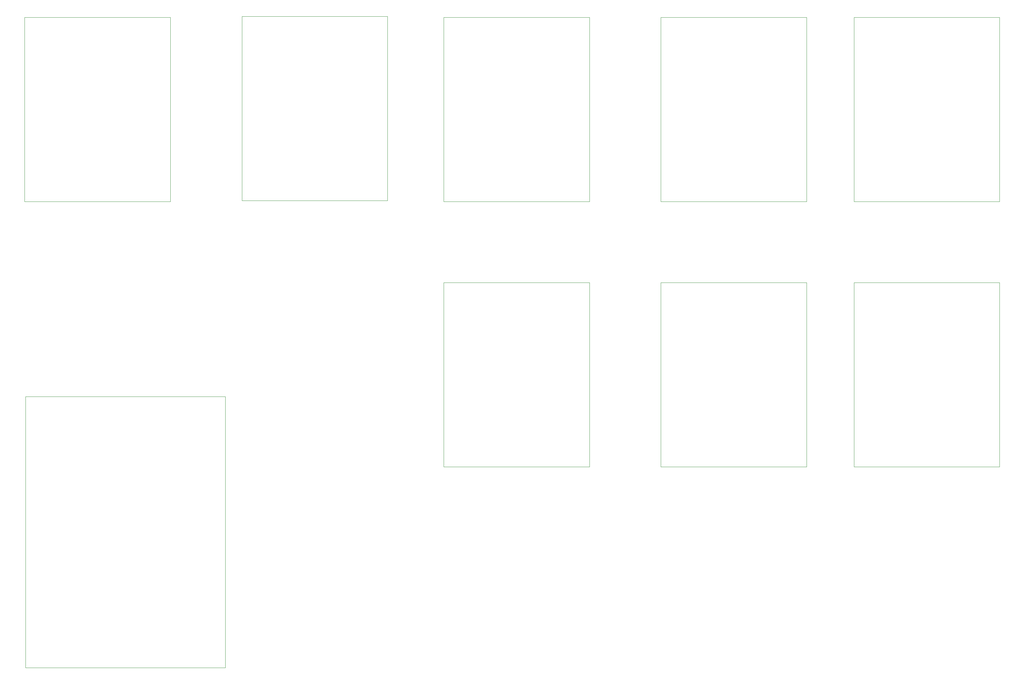
<source format=gbr>
G04 #@! TF.GenerationSoftware,KiCad,Pcbnew,5.1.5-1.fc30*
G04 #@! TF.CreationDate,2021-07-16T22:34:16+03:00*
G04 #@! TF.ProjectId,light,6c696768-742e-46b6-9963-61645f706362,rev?*
G04 #@! TF.SameCoordinates,Original*
G04 #@! TF.FileFunction,Profile,NP*
%FSLAX46Y46*%
G04 Gerber Fmt 4.6, Leading zero omitted, Abs format (unit mm)*
G04 Created by KiCad (PCBNEW 5.1.5-1.fc30) date 2021-07-16 22:34:16*
%MOMM*%
%LPD*%
G04 APERTURE LIST*
%ADD10C,0.100000*%
G04 APERTURE END LIST*
D10*
X76750000Y-116250000D02*
X76750000Y-186500000D01*
X25000000Y-116250000D02*
X76750000Y-116250000D01*
X25000000Y-186500000D02*
X25000000Y-116250000D01*
X76750000Y-186500000D02*
X25000000Y-186500000D01*
X133250000Y-86750000D02*
X171000000Y-86750000D01*
X171000000Y-86750000D02*
X171000000Y-134500000D01*
X171000000Y-134500000D02*
X133250000Y-134500000D01*
X133250000Y-134500000D02*
X133250000Y-86750000D01*
X189500000Y-86750000D02*
X227250000Y-86750000D01*
X227250000Y-86750000D02*
X227250000Y-134500000D01*
X227250000Y-134500000D02*
X189500000Y-134500000D01*
X189500000Y-134500000D02*
X189500000Y-86750000D01*
X239500000Y-86750000D02*
X277250000Y-86750000D01*
X277250000Y-86750000D02*
X277250000Y-134500000D01*
X277250000Y-134500000D02*
X239500000Y-134500000D01*
X239500000Y-134500000D02*
X239500000Y-86750000D01*
X239500000Y-18000000D02*
X277250000Y-18000000D01*
X277250000Y-18000000D02*
X277250000Y-65750000D01*
X277250000Y-65750000D02*
X239500000Y-65750000D01*
X239500000Y-65750000D02*
X239500000Y-18000000D01*
X189500000Y-18000000D02*
X227250000Y-18000000D01*
X227250000Y-18000000D02*
X227250000Y-65750000D01*
X227250000Y-65750000D02*
X189500000Y-65750000D01*
X189500000Y-65750000D02*
X189500000Y-18000000D01*
X133250000Y-18000000D02*
X171000000Y-18000000D01*
X171000000Y-18000000D02*
X171000000Y-65750000D01*
X171000000Y-65750000D02*
X133250000Y-65750000D01*
X133250000Y-65750000D02*
X133250000Y-18000000D01*
X118750000Y-17750000D02*
X118750000Y-65500000D01*
X118750000Y-65500000D02*
X81000000Y-65500000D01*
X81000000Y-17750000D02*
X118750000Y-17750000D01*
X81000000Y-65500000D02*
X81000000Y-17750000D01*
X62500000Y-18000000D02*
X62500000Y-65750000D01*
X24750000Y-18000000D02*
X62500000Y-18000000D01*
X24750000Y-65750000D02*
X24750000Y-18000000D01*
X62500000Y-65750000D02*
X24750000Y-65750000D01*
M02*

</source>
